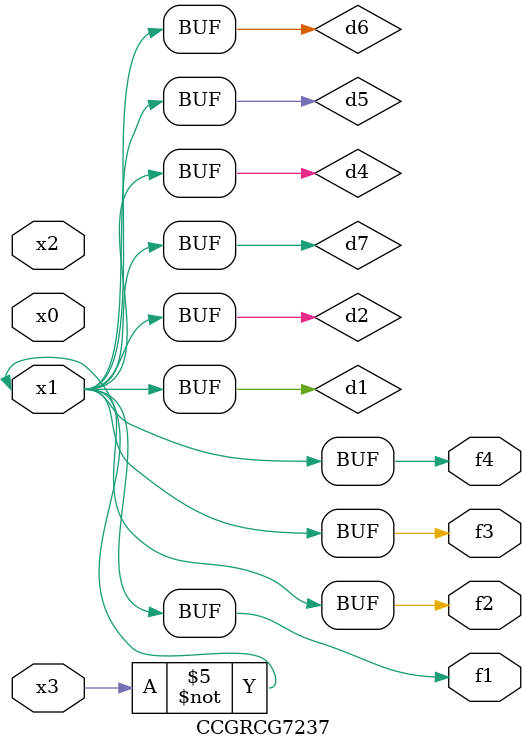
<source format=v>
module CCGRCG7237(
	input x0, x1, x2, x3,
	output f1, f2, f3, f4
);

	wire d1, d2, d3, d4, d5, d6, d7;

	not (d1, x3);
	buf (d2, x1);
	xnor (d3, d1, d2);
	nor (d4, d1);
	buf (d5, d1, d2);
	buf (d6, d4, d5);
	nand (d7, d4);
	assign f1 = d6;
	assign f2 = d7;
	assign f3 = d6;
	assign f4 = d6;
endmodule

</source>
